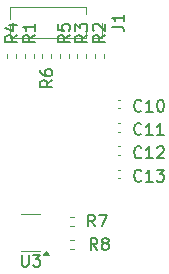
<source format=gbr>
%TF.GenerationSoftware,KiCad,Pcbnew,8.0.1*%
%TF.CreationDate,2024-04-16T09:43:11+08:00*%
%TF.ProjectId,tsa,7473612e-6b69-4636-9164-5f7063625858,rev?*%
%TF.SameCoordinates,Original*%
%TF.FileFunction,Legend,Top*%
%TF.FilePolarity,Positive*%
%FSLAX46Y46*%
G04 Gerber Fmt 4.6, Leading zero omitted, Abs format (unit mm)*
G04 Created by KiCad (PCBNEW 8.0.1) date 2024-04-16 09:43:11*
%MOMM*%
%LPD*%
G01*
G04 APERTURE LIST*
%ADD10C,0.150000*%
%ADD11C,0.120000*%
G04 APERTURE END LIST*
D10*
X20357142Y-3559580D02*
X20309523Y-3607200D01*
X20309523Y-3607200D02*
X20166666Y-3654819D01*
X20166666Y-3654819D02*
X20071428Y-3654819D01*
X20071428Y-3654819D02*
X19928571Y-3607200D01*
X19928571Y-3607200D02*
X19833333Y-3511961D01*
X19833333Y-3511961D02*
X19785714Y-3416723D01*
X19785714Y-3416723D02*
X19738095Y-3226247D01*
X19738095Y-3226247D02*
X19738095Y-3083390D01*
X19738095Y-3083390D02*
X19785714Y-2892914D01*
X19785714Y-2892914D02*
X19833333Y-2797676D01*
X19833333Y-2797676D02*
X19928571Y-2702438D01*
X19928571Y-2702438D02*
X20071428Y-2654819D01*
X20071428Y-2654819D02*
X20166666Y-2654819D01*
X20166666Y-2654819D02*
X20309523Y-2702438D01*
X20309523Y-2702438D02*
X20357142Y-2750057D01*
X21309523Y-3654819D02*
X20738095Y-3654819D01*
X21023809Y-3654819D02*
X21023809Y-2654819D01*
X21023809Y-2654819D02*
X20928571Y-2797676D01*
X20928571Y-2797676D02*
X20833333Y-2892914D01*
X20833333Y-2892914D02*
X20738095Y-2940533D01*
X21642857Y-2654819D02*
X22261904Y-2654819D01*
X22261904Y-2654819D02*
X21928571Y-3035771D01*
X21928571Y-3035771D02*
X22071428Y-3035771D01*
X22071428Y-3035771D02*
X22166666Y-3083390D01*
X22166666Y-3083390D02*
X22214285Y-3131009D01*
X22214285Y-3131009D02*
X22261904Y-3226247D01*
X22261904Y-3226247D02*
X22261904Y-3464342D01*
X22261904Y-3464342D02*
X22214285Y-3559580D01*
X22214285Y-3559580D02*
X22166666Y-3607200D01*
X22166666Y-3607200D02*
X22071428Y-3654819D01*
X22071428Y-3654819D02*
X21785714Y-3654819D01*
X21785714Y-3654819D02*
X21690476Y-3607200D01*
X21690476Y-3607200D02*
X21642857Y-3559580D01*
X16633333Y-9434819D02*
X16300000Y-8958628D01*
X16061905Y-9434819D02*
X16061905Y-8434819D01*
X16061905Y-8434819D02*
X16442857Y-8434819D01*
X16442857Y-8434819D02*
X16538095Y-8482438D01*
X16538095Y-8482438D02*
X16585714Y-8530057D01*
X16585714Y-8530057D02*
X16633333Y-8625295D01*
X16633333Y-8625295D02*
X16633333Y-8768152D01*
X16633333Y-8768152D02*
X16585714Y-8863390D01*
X16585714Y-8863390D02*
X16538095Y-8911009D01*
X16538095Y-8911009D02*
X16442857Y-8958628D01*
X16442857Y-8958628D02*
X16061905Y-8958628D01*
X17204762Y-8863390D02*
X17109524Y-8815771D01*
X17109524Y-8815771D02*
X17061905Y-8768152D01*
X17061905Y-8768152D02*
X17014286Y-8672914D01*
X17014286Y-8672914D02*
X17014286Y-8625295D01*
X17014286Y-8625295D02*
X17061905Y-8530057D01*
X17061905Y-8530057D02*
X17109524Y-8482438D01*
X17109524Y-8482438D02*
X17204762Y-8434819D01*
X17204762Y-8434819D02*
X17395238Y-8434819D01*
X17395238Y-8434819D02*
X17490476Y-8482438D01*
X17490476Y-8482438D02*
X17538095Y-8530057D01*
X17538095Y-8530057D02*
X17585714Y-8625295D01*
X17585714Y-8625295D02*
X17585714Y-8672914D01*
X17585714Y-8672914D02*
X17538095Y-8768152D01*
X17538095Y-8768152D02*
X17490476Y-8815771D01*
X17490476Y-8815771D02*
X17395238Y-8863390D01*
X17395238Y-8863390D02*
X17204762Y-8863390D01*
X17204762Y-8863390D02*
X17109524Y-8911009D01*
X17109524Y-8911009D02*
X17061905Y-8958628D01*
X17061905Y-8958628D02*
X17014286Y-9053866D01*
X17014286Y-9053866D02*
X17014286Y-9244342D01*
X17014286Y-9244342D02*
X17061905Y-9339580D01*
X17061905Y-9339580D02*
X17109524Y-9387200D01*
X17109524Y-9387200D02*
X17204762Y-9434819D01*
X17204762Y-9434819D02*
X17395238Y-9434819D01*
X17395238Y-9434819D02*
X17490476Y-9387200D01*
X17490476Y-9387200D02*
X17538095Y-9339580D01*
X17538095Y-9339580D02*
X17585714Y-9244342D01*
X17585714Y-9244342D02*
X17585714Y-9053866D01*
X17585714Y-9053866D02*
X17538095Y-8958628D01*
X17538095Y-8958628D02*
X17490476Y-8911009D01*
X17490476Y-8911009D02*
X17395238Y-8863390D01*
X17254819Y8743333D02*
X16778628Y8410000D01*
X17254819Y8171905D02*
X16254819Y8171905D01*
X16254819Y8171905D02*
X16254819Y8552857D01*
X16254819Y8552857D02*
X16302438Y8648095D01*
X16302438Y8648095D02*
X16350057Y8695714D01*
X16350057Y8695714D02*
X16445295Y8743333D01*
X16445295Y8743333D02*
X16588152Y8743333D01*
X16588152Y8743333D02*
X16683390Y8695714D01*
X16683390Y8695714D02*
X16731009Y8648095D01*
X16731009Y8648095D02*
X16778628Y8552857D01*
X16778628Y8552857D02*
X16778628Y8171905D01*
X16350057Y9124286D02*
X16302438Y9171905D01*
X16302438Y9171905D02*
X16254819Y9267143D01*
X16254819Y9267143D02*
X16254819Y9505238D01*
X16254819Y9505238D02*
X16302438Y9600476D01*
X16302438Y9600476D02*
X16350057Y9648095D01*
X16350057Y9648095D02*
X16445295Y9695714D01*
X16445295Y9695714D02*
X16540533Y9695714D01*
X16540533Y9695714D02*
X16683390Y9648095D01*
X16683390Y9648095D02*
X17254819Y9076667D01*
X17254819Y9076667D02*
X17254819Y9695714D01*
X10238095Y-9854819D02*
X10238095Y-10664342D01*
X10238095Y-10664342D02*
X10285714Y-10759580D01*
X10285714Y-10759580D02*
X10333333Y-10807200D01*
X10333333Y-10807200D02*
X10428571Y-10854819D01*
X10428571Y-10854819D02*
X10619047Y-10854819D01*
X10619047Y-10854819D02*
X10714285Y-10807200D01*
X10714285Y-10807200D02*
X10761904Y-10759580D01*
X10761904Y-10759580D02*
X10809523Y-10664342D01*
X10809523Y-10664342D02*
X10809523Y-9854819D01*
X11190476Y-9854819D02*
X11809523Y-9854819D01*
X11809523Y-9854819D02*
X11476190Y-10235771D01*
X11476190Y-10235771D02*
X11619047Y-10235771D01*
X11619047Y-10235771D02*
X11714285Y-10283390D01*
X11714285Y-10283390D02*
X11761904Y-10331009D01*
X11761904Y-10331009D02*
X11809523Y-10426247D01*
X11809523Y-10426247D02*
X11809523Y-10664342D01*
X11809523Y-10664342D02*
X11761904Y-10759580D01*
X11761904Y-10759580D02*
X11714285Y-10807200D01*
X11714285Y-10807200D02*
X11619047Y-10854819D01*
X11619047Y-10854819D02*
X11333333Y-10854819D01*
X11333333Y-10854819D02*
X11238095Y-10807200D01*
X11238095Y-10807200D02*
X11190476Y-10759580D01*
X20357142Y2350419D02*
X20309523Y2302800D01*
X20309523Y2302800D02*
X20166666Y2255180D01*
X20166666Y2255180D02*
X20071428Y2255180D01*
X20071428Y2255180D02*
X19928571Y2302800D01*
X19928571Y2302800D02*
X19833333Y2398038D01*
X19833333Y2398038D02*
X19785714Y2493276D01*
X19785714Y2493276D02*
X19738095Y2683752D01*
X19738095Y2683752D02*
X19738095Y2826609D01*
X19738095Y2826609D02*
X19785714Y3017085D01*
X19785714Y3017085D02*
X19833333Y3112323D01*
X19833333Y3112323D02*
X19928571Y3207561D01*
X19928571Y3207561D02*
X20071428Y3255180D01*
X20071428Y3255180D02*
X20166666Y3255180D01*
X20166666Y3255180D02*
X20309523Y3207561D01*
X20309523Y3207561D02*
X20357142Y3159942D01*
X21309523Y2255180D02*
X20738095Y2255180D01*
X21023809Y2255180D02*
X21023809Y3255180D01*
X21023809Y3255180D02*
X20928571Y3112323D01*
X20928571Y3112323D02*
X20833333Y3017085D01*
X20833333Y3017085D02*
X20738095Y2969466D01*
X21928571Y3255180D02*
X22023809Y3255180D01*
X22023809Y3255180D02*
X22119047Y3207561D01*
X22119047Y3207561D02*
X22166666Y3159942D01*
X22166666Y3159942D02*
X22214285Y3064704D01*
X22214285Y3064704D02*
X22261904Y2874228D01*
X22261904Y2874228D02*
X22261904Y2636133D01*
X22261904Y2636133D02*
X22214285Y2445657D01*
X22214285Y2445657D02*
X22166666Y2350419D01*
X22166666Y2350419D02*
X22119047Y2302800D01*
X22119047Y2302800D02*
X22023809Y2255180D01*
X22023809Y2255180D02*
X21928571Y2255180D01*
X21928571Y2255180D02*
X21833333Y2302800D01*
X21833333Y2302800D02*
X21785714Y2350419D01*
X21785714Y2350419D02*
X21738095Y2445657D01*
X21738095Y2445657D02*
X21690476Y2636133D01*
X21690476Y2636133D02*
X21690476Y2874228D01*
X21690476Y2874228D02*
X21738095Y3064704D01*
X21738095Y3064704D02*
X21785714Y3159942D01*
X21785714Y3159942D02*
X21833333Y3207561D01*
X21833333Y3207561D02*
X21928571Y3255180D01*
X11334819Y8743333D02*
X10858628Y8410000D01*
X11334819Y8171905D02*
X10334819Y8171905D01*
X10334819Y8171905D02*
X10334819Y8552857D01*
X10334819Y8552857D02*
X10382438Y8648095D01*
X10382438Y8648095D02*
X10430057Y8695714D01*
X10430057Y8695714D02*
X10525295Y8743333D01*
X10525295Y8743333D02*
X10668152Y8743333D01*
X10668152Y8743333D02*
X10763390Y8695714D01*
X10763390Y8695714D02*
X10811009Y8648095D01*
X10811009Y8648095D02*
X10858628Y8552857D01*
X10858628Y8552857D02*
X10858628Y8171905D01*
X11334819Y9695714D02*
X11334819Y9124286D01*
X11334819Y9410000D02*
X10334819Y9410000D01*
X10334819Y9410000D02*
X10477676Y9314762D01*
X10477676Y9314762D02*
X10572914Y9219524D01*
X10572914Y9219524D02*
X10620533Y9124286D01*
X20357142Y-1589580D02*
X20309523Y-1637200D01*
X20309523Y-1637200D02*
X20166666Y-1684819D01*
X20166666Y-1684819D02*
X20071428Y-1684819D01*
X20071428Y-1684819D02*
X19928571Y-1637200D01*
X19928571Y-1637200D02*
X19833333Y-1541961D01*
X19833333Y-1541961D02*
X19785714Y-1446723D01*
X19785714Y-1446723D02*
X19738095Y-1256247D01*
X19738095Y-1256247D02*
X19738095Y-1113390D01*
X19738095Y-1113390D02*
X19785714Y-922914D01*
X19785714Y-922914D02*
X19833333Y-827676D01*
X19833333Y-827676D02*
X19928571Y-732438D01*
X19928571Y-732438D02*
X20071428Y-684819D01*
X20071428Y-684819D02*
X20166666Y-684819D01*
X20166666Y-684819D02*
X20309523Y-732438D01*
X20309523Y-732438D02*
X20357142Y-780057D01*
X21309523Y-1684819D02*
X20738095Y-1684819D01*
X21023809Y-1684819D02*
X21023809Y-684819D01*
X21023809Y-684819D02*
X20928571Y-827676D01*
X20928571Y-827676D02*
X20833333Y-922914D01*
X20833333Y-922914D02*
X20738095Y-970533D01*
X21690476Y-780057D02*
X21738095Y-732438D01*
X21738095Y-732438D02*
X21833333Y-684819D01*
X21833333Y-684819D02*
X22071428Y-684819D01*
X22071428Y-684819D02*
X22166666Y-732438D01*
X22166666Y-732438D02*
X22214285Y-780057D01*
X22214285Y-780057D02*
X22261904Y-875295D01*
X22261904Y-875295D02*
X22261904Y-970533D01*
X22261904Y-970533D02*
X22214285Y-1113390D01*
X22214285Y-1113390D02*
X21642857Y-1684819D01*
X21642857Y-1684819D02*
X22261904Y-1684819D01*
X12814819Y4923333D02*
X12338628Y4590000D01*
X12814819Y4351905D02*
X11814819Y4351905D01*
X11814819Y4351905D02*
X11814819Y4732857D01*
X11814819Y4732857D02*
X11862438Y4828095D01*
X11862438Y4828095D02*
X11910057Y4875714D01*
X11910057Y4875714D02*
X12005295Y4923333D01*
X12005295Y4923333D02*
X12148152Y4923333D01*
X12148152Y4923333D02*
X12243390Y4875714D01*
X12243390Y4875714D02*
X12291009Y4828095D01*
X12291009Y4828095D02*
X12338628Y4732857D01*
X12338628Y4732857D02*
X12338628Y4351905D01*
X11814819Y5780476D02*
X11814819Y5590000D01*
X11814819Y5590000D02*
X11862438Y5494762D01*
X11862438Y5494762D02*
X11910057Y5447143D01*
X11910057Y5447143D02*
X12052914Y5351905D01*
X12052914Y5351905D02*
X12243390Y5304286D01*
X12243390Y5304286D02*
X12624342Y5304286D01*
X12624342Y5304286D02*
X12719580Y5351905D01*
X12719580Y5351905D02*
X12767200Y5399524D01*
X12767200Y5399524D02*
X12814819Y5494762D01*
X12814819Y5494762D02*
X12814819Y5685238D01*
X12814819Y5685238D02*
X12767200Y5780476D01*
X12767200Y5780476D02*
X12719580Y5828095D01*
X12719580Y5828095D02*
X12624342Y5875714D01*
X12624342Y5875714D02*
X12386247Y5875714D01*
X12386247Y5875714D02*
X12291009Y5828095D01*
X12291009Y5828095D02*
X12243390Y5780476D01*
X12243390Y5780476D02*
X12195771Y5685238D01*
X12195771Y5685238D02*
X12195771Y5494762D01*
X12195771Y5494762D02*
X12243390Y5399524D01*
X12243390Y5399524D02*
X12291009Y5351905D01*
X12291009Y5351905D02*
X12386247Y5304286D01*
X14294819Y8743333D02*
X13818628Y8410000D01*
X14294819Y8171905D02*
X13294819Y8171905D01*
X13294819Y8171905D02*
X13294819Y8552857D01*
X13294819Y8552857D02*
X13342438Y8648095D01*
X13342438Y8648095D02*
X13390057Y8695714D01*
X13390057Y8695714D02*
X13485295Y8743333D01*
X13485295Y8743333D02*
X13628152Y8743333D01*
X13628152Y8743333D02*
X13723390Y8695714D01*
X13723390Y8695714D02*
X13771009Y8648095D01*
X13771009Y8648095D02*
X13818628Y8552857D01*
X13818628Y8552857D02*
X13818628Y8171905D01*
X13294819Y9648095D02*
X13294819Y9171905D01*
X13294819Y9171905D02*
X13771009Y9124286D01*
X13771009Y9124286D02*
X13723390Y9171905D01*
X13723390Y9171905D02*
X13675771Y9267143D01*
X13675771Y9267143D02*
X13675771Y9505238D01*
X13675771Y9505238D02*
X13723390Y9600476D01*
X13723390Y9600476D02*
X13771009Y9648095D01*
X13771009Y9648095D02*
X13866247Y9695714D01*
X13866247Y9695714D02*
X14104342Y9695714D01*
X14104342Y9695714D02*
X14199580Y9648095D01*
X14199580Y9648095D02*
X14247200Y9600476D01*
X14247200Y9600476D02*
X14294819Y9505238D01*
X14294819Y9505238D02*
X14294819Y9267143D01*
X14294819Y9267143D02*
X14247200Y9171905D01*
X14247200Y9171905D02*
X14199580Y9124286D01*
X20357142Y380419D02*
X20309523Y332800D01*
X20309523Y332800D02*
X20166666Y285180D01*
X20166666Y285180D02*
X20071428Y285180D01*
X20071428Y285180D02*
X19928571Y332800D01*
X19928571Y332800D02*
X19833333Y428038D01*
X19833333Y428038D02*
X19785714Y523276D01*
X19785714Y523276D02*
X19738095Y713752D01*
X19738095Y713752D02*
X19738095Y856609D01*
X19738095Y856609D02*
X19785714Y1047085D01*
X19785714Y1047085D02*
X19833333Y1142323D01*
X19833333Y1142323D02*
X19928571Y1237561D01*
X19928571Y1237561D02*
X20071428Y1285180D01*
X20071428Y1285180D02*
X20166666Y1285180D01*
X20166666Y1285180D02*
X20309523Y1237561D01*
X20309523Y1237561D02*
X20357142Y1189942D01*
X21309523Y285180D02*
X20738095Y285180D01*
X21023809Y285180D02*
X21023809Y1285180D01*
X21023809Y1285180D02*
X20928571Y1142323D01*
X20928571Y1142323D02*
X20833333Y1047085D01*
X20833333Y1047085D02*
X20738095Y999466D01*
X22261904Y285180D02*
X21690476Y285180D01*
X21976190Y285180D02*
X21976190Y1285180D01*
X21976190Y1285180D02*
X21880952Y1142323D01*
X21880952Y1142323D02*
X21785714Y1047085D01*
X21785714Y1047085D02*
X21690476Y999466D01*
X9854819Y8743333D02*
X9378628Y8410000D01*
X9854819Y8171905D02*
X8854819Y8171905D01*
X8854819Y8171905D02*
X8854819Y8552857D01*
X8854819Y8552857D02*
X8902438Y8648095D01*
X8902438Y8648095D02*
X8950057Y8695714D01*
X8950057Y8695714D02*
X9045295Y8743333D01*
X9045295Y8743333D02*
X9188152Y8743333D01*
X9188152Y8743333D02*
X9283390Y8695714D01*
X9283390Y8695714D02*
X9331009Y8648095D01*
X9331009Y8648095D02*
X9378628Y8552857D01*
X9378628Y8552857D02*
X9378628Y8171905D01*
X9188152Y9600476D02*
X9854819Y9600476D01*
X8807200Y9362381D02*
X9521485Y9124286D01*
X9521485Y9124286D02*
X9521485Y9743333D01*
X15774819Y8743333D02*
X15298628Y8410000D01*
X15774819Y8171905D02*
X14774819Y8171905D01*
X14774819Y8171905D02*
X14774819Y8552857D01*
X14774819Y8552857D02*
X14822438Y8648095D01*
X14822438Y8648095D02*
X14870057Y8695714D01*
X14870057Y8695714D02*
X14965295Y8743333D01*
X14965295Y8743333D02*
X15108152Y8743333D01*
X15108152Y8743333D02*
X15203390Y8695714D01*
X15203390Y8695714D02*
X15251009Y8648095D01*
X15251009Y8648095D02*
X15298628Y8552857D01*
X15298628Y8552857D02*
X15298628Y8171905D01*
X14774819Y9076667D02*
X14774819Y9695714D01*
X14774819Y9695714D02*
X15155771Y9362381D01*
X15155771Y9362381D02*
X15155771Y9505238D01*
X15155771Y9505238D02*
X15203390Y9600476D01*
X15203390Y9600476D02*
X15251009Y9648095D01*
X15251009Y9648095D02*
X15346247Y9695714D01*
X15346247Y9695714D02*
X15584342Y9695714D01*
X15584342Y9695714D02*
X15679580Y9648095D01*
X15679580Y9648095D02*
X15727200Y9600476D01*
X15727200Y9600476D02*
X15774819Y9505238D01*
X15774819Y9505238D02*
X15774819Y9219524D01*
X15774819Y9219524D02*
X15727200Y9124286D01*
X15727200Y9124286D02*
X15679580Y9076667D01*
X16433333Y-7454819D02*
X16100000Y-6978628D01*
X15861905Y-7454819D02*
X15861905Y-6454819D01*
X15861905Y-6454819D02*
X16242857Y-6454819D01*
X16242857Y-6454819D02*
X16338095Y-6502438D01*
X16338095Y-6502438D02*
X16385714Y-6550057D01*
X16385714Y-6550057D02*
X16433333Y-6645295D01*
X16433333Y-6645295D02*
X16433333Y-6788152D01*
X16433333Y-6788152D02*
X16385714Y-6883390D01*
X16385714Y-6883390D02*
X16338095Y-6931009D01*
X16338095Y-6931009D02*
X16242857Y-6978628D01*
X16242857Y-6978628D02*
X15861905Y-6978628D01*
X16766667Y-6454819D02*
X17433333Y-6454819D01*
X17433333Y-6454819D02*
X17004762Y-7454819D01*
X17859819Y9466666D02*
X18574104Y9466666D01*
X18574104Y9466666D02*
X18716961Y9419047D01*
X18716961Y9419047D02*
X18812200Y9323809D01*
X18812200Y9323809D02*
X18859819Y9180952D01*
X18859819Y9180952D02*
X18859819Y9085714D01*
X18859819Y10466666D02*
X18859819Y9895238D01*
X18859819Y10180952D02*
X17859819Y10180952D01*
X17859819Y10180952D02*
X18002676Y10085714D01*
X18002676Y10085714D02*
X18097914Y9990476D01*
X18097914Y9990476D02*
X18145533Y9895238D01*
D11*
%TO.C,C13*%
X18372164Y-2640000D02*
X18587836Y-2640000D01*
X18372164Y-3360000D02*
X18587836Y-3360000D01*
%TO.C,R8*%
X14663641Y-8610000D02*
X14356359Y-8610000D01*
X14663641Y-9370000D02*
X14356359Y-9370000D01*
%TO.C,R2*%
X16420000Y7153641D02*
X16420000Y6846359D01*
X17180000Y7153641D02*
X17180000Y6846359D01*
%TO.C,U3*%
X11000000Y-6440000D02*
X10200000Y-6440000D01*
X11000000Y-6440000D02*
X11800000Y-6440000D01*
X11000000Y-9560000D02*
X10200000Y-9560000D01*
X11000000Y-9560000D02*
X11800000Y-9560000D01*
X12540000Y-9840000D02*
X12060000Y-9840000D01*
X12300000Y-9510000D01*
X12540000Y-9840000D01*
G36*
X12540000Y-9840000D02*
G01*
X12060000Y-9840000D01*
X12300000Y-9510000D01*
X12540000Y-9840000D01*
G37*
%TO.C,C10*%
X18372164Y3270000D02*
X18587836Y3270000D01*
X18372164Y2550000D02*
X18587836Y2550000D01*
%TO.C,R1*%
X10500000Y7153641D02*
X10500000Y6846359D01*
X11260000Y7153641D02*
X11260000Y6846359D01*
%TO.C,C12*%
X18372164Y-670000D02*
X18587836Y-670000D01*
X18372164Y-1390000D02*
X18587836Y-1390000D01*
%TO.C,R6*%
X11980000Y6846359D02*
X11980000Y7153641D01*
X12740000Y6846359D02*
X12740000Y7153641D01*
%TO.C,R5*%
X13460000Y7153641D02*
X13460000Y6846359D01*
X14220000Y7153641D02*
X14220000Y6846359D01*
%TO.C,C11*%
X18372164Y1300000D02*
X18587836Y1300000D01*
X18372164Y580000D02*
X18587836Y580000D01*
%TO.C,R4*%
X9020000Y7153641D02*
X9020000Y6846359D01*
X9780000Y7153641D02*
X9780000Y6846359D01*
%TO.C,R3*%
X14940000Y7153641D02*
X14940000Y6846359D01*
X15700000Y7153641D02*
X15700000Y6846359D01*
%TO.C,R7*%
X14663641Y-6620000D02*
X14356359Y-6620000D01*
X14663641Y-7380000D02*
X14356359Y-7380000D01*
%TO.C,J1*%
X9225000Y11130000D02*
X9225000Y10107530D01*
X9225000Y9492470D02*
X9225000Y8470000D01*
X15635000Y11130000D02*
X9225000Y11130000D01*
X15635000Y11130000D02*
X15635000Y10560000D01*
X15635000Y9040000D02*
X15635000Y8470000D01*
X15635000Y8470000D02*
X9225000Y8470000D01*
X17030000Y9800000D02*
X17030000Y8470000D01*
X17030000Y8470000D02*
X16270000Y8470000D01*
%TD*%
M02*

</source>
